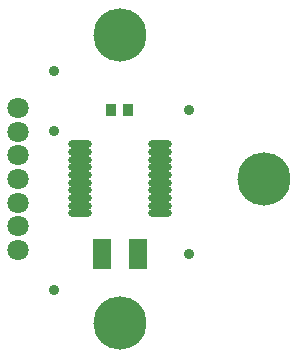
<source format=gts>
G04 Layer_Color=8388736*
%FSAX24Y24*%
%MOIN*%
G70*
G01*
G75*
%ADD21R,0.0592X0.1005*%
%ADD22R,0.0356X0.0434*%
%ADD23O,0.0789X0.0257*%
%ADD24C,0.0710*%
%ADD25C,0.1773*%
%ADD26C,0.0360*%
D21*
X054396Y017500D02*
D03*
X055596D02*
D03*
D22*
X055276Y022300D02*
D03*
X054724D02*
D03*
D23*
X056339Y018848D02*
D03*
Y019104D02*
D03*
Y019360D02*
D03*
Y019616D02*
D03*
Y019872D02*
D03*
Y020128D02*
D03*
Y020384D02*
D03*
Y020640D02*
D03*
Y020896D02*
D03*
Y021152D02*
D03*
X053661Y018848D02*
D03*
Y019104D02*
D03*
Y019360D02*
D03*
Y019616D02*
D03*
Y019872D02*
D03*
Y020128D02*
D03*
Y020384D02*
D03*
Y020640D02*
D03*
Y020896D02*
D03*
Y021152D02*
D03*
D24*
X051600Y020790D02*
D03*
Y020000D02*
D03*
Y019210D02*
D03*
Y018423D02*
D03*
Y017635D02*
D03*
Y021572D02*
D03*
Y022360D02*
D03*
D25*
X055000Y015200D02*
D03*
X059800Y020000D02*
D03*
X055000Y024800D02*
D03*
D26*
X052800Y023600D02*
D03*
X057300Y022300D02*
D03*
Y017500D02*
D03*
X052800Y016300D02*
D03*
Y021600D02*
D03*
M02*

</source>
